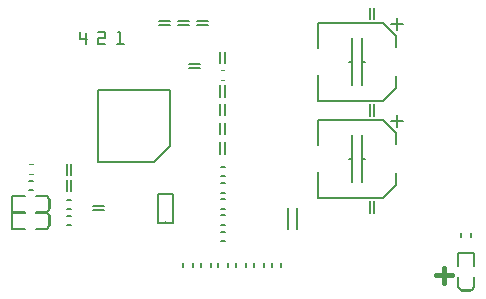
<source format=gto>
G04*
G04 #@! TF.GenerationSoftware,Altium Limited,Altium Designer,18.0.11 (651)*
G04*
G04 Layer_Color=65535*
%FSLAX43Y43*%
%MOMM*%
G71*
G01*
G75*
%ADD10C,0.200*%
%ADD11C,0.127*%
%ADD12C,0.102*%
%ADD13C,0.152*%
%ADD14C,0.400*%
D10*
X13575Y5900D02*
G03*
X13325Y5900I-125J0D01*
G01*
X7700Y21600D02*
X8300D01*
X7700Y21100D02*
Y21600D01*
X6200Y21500D02*
Y22100D01*
X9400D02*
X9600D01*
X8300Y21600D02*
Y22100D01*
X6700Y21100D02*
Y22000D01*
X6200Y21500D02*
X6800D01*
X7700Y22100D02*
X8300D01*
X7700Y21100D02*
X8300D01*
X9600Y21100D02*
Y22100D01*
X9300Y21100D02*
X9900D01*
X12810Y8400D02*
X14090D01*
X13575Y5900D02*
X14090D01*
Y8400D01*
X12810Y5900D02*
X13325D01*
X12810D02*
Y8400D01*
X13765Y12420D02*
Y17165D01*
X12480Y11135D02*
X13765Y12420D01*
X7735Y17165D02*
X13765D01*
X7735Y11135D02*
X12480D01*
X7735D02*
Y17165D01*
D11*
X5428Y8649D02*
Y9601D01*
X5072Y8649D02*
Y9601D01*
X1898Y9531D02*
X2202D01*
X1898Y8719D02*
X2202D01*
X5098Y7931D02*
X5402D01*
X5098Y7119D02*
X5402D01*
X12874Y23078D02*
X13826D01*
X12874Y22722D02*
X13826D01*
X450Y8200D02*
X1550D01*
X2450D02*
X3350D01*
X3550Y8000D01*
X3500Y8050D02*
X3675Y7875D01*
Y7175D02*
Y7875D01*
X450Y6850D02*
Y8200D01*
Y6850D02*
X1550D01*
X3525Y7025D02*
X3675Y7175D01*
X3550Y7050D02*
Y8000D01*
X2450Y6850D02*
X3350D01*
X3550Y7050D01*
X31078Y23224D02*
Y24176D01*
X30722Y23224D02*
Y24176D01*
X24575Y5474D02*
Y7226D01*
X23775Y5474D02*
Y7226D01*
X18123Y5206D02*
X18427D01*
X18123Y4394D02*
X18427D01*
X3350Y6825D02*
X3550Y6625D01*
Y5675D02*
Y6625D01*
X3500Y6675D02*
X3675Y6500D01*
X3525Y5650D02*
X3675Y5800D01*
X3350Y5475D02*
X3550Y5675D01*
X2450Y5475D02*
X3350D01*
X2450Y6825D02*
X3350D01*
X450Y5475D02*
Y6825D01*
Y5475D02*
X1550D01*
X450Y6825D02*
X1550D01*
X3675Y5800D02*
Y6500D01*
X39350Y300D02*
X39550Y500D01*
X38400Y300D02*
X39350D01*
X39225Y175D02*
X39400Y350D01*
X38375Y325D02*
X38525Y175D01*
X38200Y500D02*
X38400Y300D01*
X38200Y500D02*
Y1400D01*
X39550Y500D02*
Y1400D01*
X38200Y3400D02*
X39550D01*
X38200Y2300D02*
Y3400D01*
X39550Y2300D02*
Y3400D01*
X38525Y175D02*
X39225D01*
X5098Y6556D02*
X5402D01*
X5098Y5744D02*
X5402D01*
X39281Y4773D02*
Y5077D01*
X38469Y4773D02*
Y5077D01*
X30722Y15024D02*
Y15976D01*
X31078Y15024D02*
Y15976D01*
X30722Y6824D02*
Y7776D01*
X31078Y6824D02*
Y7776D01*
X5072Y10024D02*
Y10976D01*
X5428Y10024D02*
Y10976D01*
X7299Y7047D02*
X8251D01*
X7299Y7403D02*
X8251D01*
X18428Y11824D02*
Y12776D01*
X18072Y11824D02*
Y12776D01*
X15374Y19047D02*
X16326D01*
X15374Y19403D02*
X16326D01*
X18072Y16649D02*
Y17601D01*
X18428Y16649D02*
Y17601D01*
X18072Y13449D02*
Y14401D01*
X18428Y13449D02*
Y14401D01*
X18123Y9894D02*
X18427D01*
X18123Y10706D02*
X18427D01*
X18072Y19499D02*
Y20451D01*
X18428Y19499D02*
Y20451D01*
X16074Y23078D02*
X17026D01*
X16074Y22722D02*
X17026D01*
X14474Y23078D02*
X15426D01*
X14474Y22722D02*
X15426D01*
X18072Y15049D02*
Y16001D01*
X18428Y15049D02*
Y16001D01*
X18123Y9331D02*
X18427D01*
X18123Y8519D02*
X18427D01*
X19419Y2248D02*
Y2552D01*
X20231Y2248D02*
Y2552D01*
X18706Y2248D02*
Y2552D01*
X17894Y2248D02*
Y2552D01*
X18123Y7956D02*
X18427D01*
X18123Y7144D02*
X18427D01*
X18123Y5769D02*
X18427D01*
X18123Y6581D02*
X18427D01*
X21731Y2248D02*
Y2552D01*
X20919Y2248D02*
Y2552D01*
X16419Y2248D02*
Y2552D01*
X17231Y2248D02*
Y2552D01*
X22419Y2248D02*
Y2552D01*
X23231Y2248D02*
Y2552D01*
X15731Y2248D02*
Y2552D01*
X14919Y2248D02*
Y2552D01*
D12*
X18098Y18881D02*
X18403D01*
X18098Y18069D02*
X18403D01*
X1898Y10906D02*
X2202D01*
X1898Y10094D02*
X2202D01*
D13*
X33050Y22300D02*
Y23300D01*
X32550Y22800D02*
X33050D01*
X33550D01*
X31850Y22900D02*
X32950Y21800D01*
Y20850D02*
Y21800D01*
Y17400D02*
Y18350D01*
X31850Y16300D02*
X32950Y17400D01*
X30050Y17600D02*
Y21600D01*
X30150Y19600D02*
X30350D01*
X26350Y22900D02*
X31850D01*
X28950Y19600D02*
X29150D01*
X26350Y20750D02*
Y22900D01*
Y16300D02*
X31850D01*
X29250Y17600D02*
Y21600D01*
X26350Y16300D02*
Y18450D01*
X33050Y14600D02*
X33550D01*
X33050Y14100D02*
Y15100D01*
X31850Y14700D02*
X32950Y13600D01*
X26350Y14700D02*
X31850D01*
X26350Y12550D02*
Y14700D01*
X32950Y12650D02*
Y13600D01*
X29250Y9400D02*
Y13400D01*
X30050Y9400D02*
Y13400D01*
X30150Y11400D02*
X30350D01*
X28950D02*
X29150D01*
X32950Y9200D02*
Y10150D01*
X26350Y8100D02*
Y10250D01*
Y8100D02*
X31850D01*
X32950Y9200D01*
X32550Y14600D02*
X33050D01*
D14*
X36300Y1500D02*
X37633D01*
X36966Y2166D02*
Y833D01*
M02*

</source>
